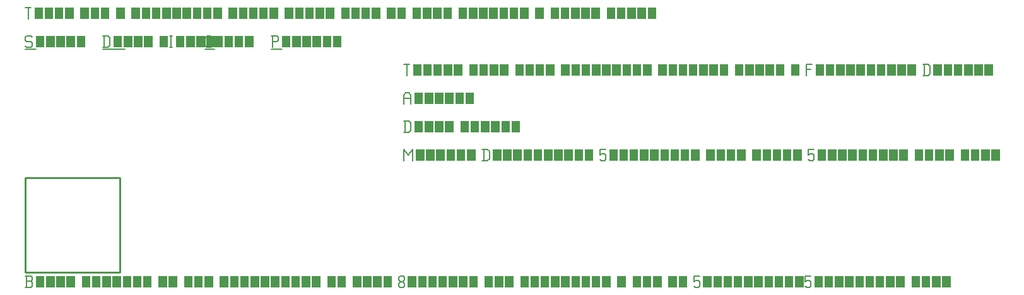
<source format=gbr>
G04 start of page 3 for group -1 layer_idx -1 *
G04 Title: arcs with different strange sizes, <virtual group> *
G04 Creator: <version>
G04 CreationDate: <date>
G04 For:  *
G04 Format: Gerber/RS-274X *
G04 PCB-Dimensions: 50000 50000 *
G04 PCB-Coordinate-Origin: lower left *
%MOIN*%
%FSLAX25Y25*%
%LNFAB*%
%ADD14C,0.0100*%
%ADD13C,0.0001*%
%ADD12C,0.0060*%
G54D12*X3000Y125000D02*X3750Y124250D01*
X750Y125000D02*X3000D01*
X0Y124250D02*X750Y125000D01*
X0Y124250D02*Y122750D01*
X750Y122000D01*
X3000D01*
X3750Y121250D01*
Y119750D01*
X3000Y119000D02*X3750Y119750D01*
X750Y119000D02*X3000D01*
X0Y119750D02*X750Y119000D01*
G54D13*G36*
X5550Y125000D02*Y119000D01*
X10050D01*
Y125000D01*
X5550D01*
G37*
G36*
X10950D02*Y119000D01*
X15450D01*
Y125000D01*
X10950D01*
G37*
G36*
X16350D02*Y119000D01*
X20850D01*
Y125000D01*
X16350D01*
G37*
G36*
X21750D02*Y119000D01*
X26250D01*
Y125000D01*
X21750D01*
G37*
G36*
X27150D02*Y119000D01*
X31650D01*
Y125000D01*
X27150D01*
G37*
G54D12*X0Y118000D02*X5550D01*
X41750Y125000D02*Y119000D01*
X43700Y125000D02*X44750Y123950D01*
Y120050D01*
X43700Y119000D02*X44750Y120050D01*
X41000Y119000D02*X43700D01*
X41000Y125000D02*X43700D01*
G54D13*G36*
X46550D02*Y119000D01*
X51050D01*
Y125000D01*
X46550D01*
G37*
G36*
X51950D02*Y119000D01*
X56450D01*
Y125000D01*
X51950D01*
G37*
G36*
X57350D02*Y119000D01*
X61850D01*
Y125000D01*
X57350D01*
G37*
G36*
X62750D02*Y119000D01*
X67250D01*
Y125000D01*
X62750D01*
G37*
G36*
X70850D02*Y119000D01*
X75350D01*
Y125000D01*
X70850D01*
G37*
G54D12*X76250D02*X77750D01*
X77000D02*Y119000D01*
X76250D02*X77750D01*
G54D13*G36*
X79550Y125000D02*Y119000D01*
X84050D01*
Y125000D01*
X79550D01*
G37*
G36*
X84950D02*Y119000D01*
X89450D01*
Y125000D01*
X84950D01*
G37*
G36*
X90350D02*Y119000D01*
X94850D01*
Y125000D01*
X90350D01*
G37*
G36*
X95750D02*Y119000D01*
X100250D01*
Y125000D01*
X95750D01*
G37*
G54D12*X41000Y118000D02*X52550D01*
X96050Y119000D02*X98000D01*
X95000Y120050D02*X96050Y119000D01*
X95000Y123950D02*Y120050D01*
Y123950D02*X96050Y125000D01*
X98000D01*
G54D13*G36*
X99800D02*Y119000D01*
X104300D01*
Y125000D01*
X99800D01*
G37*
G36*
X105200D02*Y119000D01*
X109700D01*
Y125000D01*
X105200D01*
G37*
G36*
X110600D02*Y119000D01*
X115100D01*
Y125000D01*
X110600D01*
G37*
G36*
X116000D02*Y119000D01*
X120500D01*
Y125000D01*
X116000D01*
G37*
G54D12*X95000Y118000D02*X99800D01*
X130750Y125000D02*Y119000D01*
X130000Y125000D02*X133000D01*
X133750Y124250D01*
Y122750D01*
X133000Y122000D02*X133750Y122750D01*
X130750Y122000D02*X133000D01*
G54D13*G36*
X135550Y125000D02*Y119000D01*
X140050D01*
Y125000D01*
X135550D01*
G37*
G36*
X140950D02*Y119000D01*
X145450D01*
Y125000D01*
X140950D01*
G37*
G36*
X146350D02*Y119000D01*
X150850D01*
Y125000D01*
X146350D01*
G37*
G36*
X151750D02*Y119000D01*
X156250D01*
Y125000D01*
X151750D01*
G37*
G36*
X157150D02*Y119000D01*
X161650D01*
Y125000D01*
X157150D01*
G37*
G36*
X162550D02*Y119000D01*
X167050D01*
Y125000D01*
X162550D01*
G37*
G54D12*X130000Y118000D02*X135550D01*
X0Y140000D02*X3000D01*
X1500D02*Y134000D01*
G54D13*G36*
X4800Y140000D02*Y134000D01*
X9300D01*
Y140000D01*
X4800D01*
G37*
G36*
X10200D02*Y134000D01*
X14700D01*
Y140000D01*
X10200D01*
G37*
G36*
X15600D02*Y134000D01*
X20100D01*
Y140000D01*
X15600D01*
G37*
G36*
X21000D02*Y134000D01*
X25500D01*
Y140000D01*
X21000D01*
G37*
G36*
X29100D02*Y134000D01*
X33600D01*
Y140000D01*
X29100D01*
G37*
G36*
X34500D02*Y134000D01*
X39000D01*
Y140000D01*
X34500D01*
G37*
G36*
X39900D02*Y134000D01*
X44400D01*
Y140000D01*
X39900D01*
G37*
G36*
X48000D02*Y134000D01*
X52500D01*
Y140000D01*
X48000D01*
G37*
G36*
X56100D02*Y134000D01*
X60600D01*
Y140000D01*
X56100D01*
G37*
G36*
X61500D02*Y134000D01*
X66000D01*
Y140000D01*
X61500D01*
G37*
G36*
X66900D02*Y134000D01*
X71400D01*
Y140000D01*
X66900D01*
G37*
G36*
X72300D02*Y134000D01*
X76800D01*
Y140000D01*
X72300D01*
G37*
G36*
X77700D02*Y134000D01*
X82200D01*
Y140000D01*
X77700D01*
G37*
G36*
X83100D02*Y134000D01*
X87600D01*
Y140000D01*
X83100D01*
G37*
G36*
X88500D02*Y134000D01*
X93000D01*
Y140000D01*
X88500D01*
G37*
G36*
X93900D02*Y134000D01*
X98400D01*
Y140000D01*
X93900D01*
G37*
G36*
X99300D02*Y134000D01*
X103800D01*
Y140000D01*
X99300D01*
G37*
G36*
X107400D02*Y134000D01*
X111900D01*
Y140000D01*
X107400D01*
G37*
G36*
X112800D02*Y134000D01*
X117300D01*
Y140000D01*
X112800D01*
G37*
G36*
X118200D02*Y134000D01*
X122700D01*
Y140000D01*
X118200D01*
G37*
G36*
X123600D02*Y134000D01*
X128100D01*
Y140000D01*
X123600D01*
G37*
G36*
X129000D02*Y134000D01*
X133500D01*
Y140000D01*
X129000D01*
G37*
G36*
X137100D02*Y134000D01*
X141600D01*
Y140000D01*
X137100D01*
G37*
G36*
X142500D02*Y134000D01*
X147000D01*
Y140000D01*
X142500D01*
G37*
G36*
X147900D02*Y134000D01*
X152400D01*
Y140000D01*
X147900D01*
G37*
G36*
X153300D02*Y134000D01*
X157800D01*
Y140000D01*
X153300D01*
G37*
G36*
X158700D02*Y134000D01*
X163200D01*
Y140000D01*
X158700D01*
G37*
G36*
X166800D02*Y134000D01*
X171300D01*
Y140000D01*
X166800D01*
G37*
G36*
X172200D02*Y134000D01*
X176700D01*
Y140000D01*
X172200D01*
G37*
G36*
X177600D02*Y134000D01*
X182100D01*
Y140000D01*
X177600D01*
G37*
G36*
X183000D02*Y134000D01*
X187500D01*
Y140000D01*
X183000D01*
G37*
G36*
X191100D02*Y134000D01*
X195600D01*
Y140000D01*
X191100D01*
G37*
G36*
X196500D02*Y134000D01*
X201000D01*
Y140000D01*
X196500D01*
G37*
G36*
X204600D02*Y134000D01*
X209100D01*
Y140000D01*
X204600D01*
G37*
G36*
X210000D02*Y134000D01*
X214500D01*
Y140000D01*
X210000D01*
G37*
G36*
X215400D02*Y134000D01*
X219900D01*
Y140000D01*
X215400D01*
G37*
G36*
X220800D02*Y134000D01*
X225300D01*
Y140000D01*
X220800D01*
G37*
G36*
X228900D02*Y134000D01*
X233400D01*
Y140000D01*
X228900D01*
G37*
G36*
X234300D02*Y134000D01*
X238800D01*
Y140000D01*
X234300D01*
G37*
G36*
X239700D02*Y134000D01*
X244200D01*
Y140000D01*
X239700D01*
G37*
G36*
X245100D02*Y134000D01*
X249600D01*
Y140000D01*
X245100D01*
G37*
G36*
X250500D02*Y134000D01*
X255000D01*
Y140000D01*
X250500D01*
G37*
G36*
X255900D02*Y134000D01*
X260400D01*
Y140000D01*
X255900D01*
G37*
G36*
X261300D02*Y134000D01*
X265800D01*
Y140000D01*
X261300D01*
G37*
G36*
X269400D02*Y134000D01*
X273900D01*
Y140000D01*
X269400D01*
G37*
G36*
X277500D02*Y134000D01*
X282000D01*
Y140000D01*
X277500D01*
G37*
G36*
X282900D02*Y134000D01*
X287400D01*
Y140000D01*
X282900D01*
G37*
G36*
X288300D02*Y134000D01*
X292800D01*
Y140000D01*
X288300D01*
G37*
G36*
X293700D02*Y134000D01*
X298200D01*
Y140000D01*
X293700D01*
G37*
G36*
X299100D02*Y134000D01*
X303600D01*
Y140000D01*
X299100D01*
G37*
G36*
X307200D02*Y134000D01*
X311700D01*
Y140000D01*
X307200D01*
G37*
G36*
X312600D02*Y134000D01*
X317100D01*
Y140000D01*
X312600D01*
G37*
G36*
X318000D02*Y134000D01*
X322500D01*
Y140000D01*
X318000D01*
G37*
G36*
X323400D02*Y134000D01*
X327900D01*
Y140000D01*
X323400D01*
G37*
G36*
X328800D02*Y134000D01*
X333300D01*
Y140000D01*
X328800D01*
G37*
G54D14*X0Y50000D02*X50000D01*
X0D02*Y0D01*
X50000Y50000D02*Y0D01*
X0D02*X50000D01*
G54D12*X200000Y65000D02*Y59000D01*
Y65000D02*X202250Y62000D01*
X204500Y65000D01*
Y59000D01*
G54D13*G36*
X206300Y65000D02*Y59000D01*
X210800D01*
Y65000D01*
X206300D01*
G37*
G36*
X211700D02*Y59000D01*
X216200D01*
Y65000D01*
X211700D01*
G37*
G36*
X217100D02*Y59000D01*
X221600D01*
Y65000D01*
X217100D01*
G37*
G36*
X222500D02*Y59000D01*
X227000D01*
Y65000D01*
X222500D01*
G37*
G36*
X227900D02*Y59000D01*
X232400D01*
Y65000D01*
X227900D01*
G37*
G36*
X233300D02*Y59000D01*
X237800D01*
Y65000D01*
X233300D01*
G37*
G54D12*X242150D02*Y59000D01*
X244100Y65000D02*X245150Y63950D01*
Y60050D01*
X244100Y59000D02*X245150Y60050D01*
X241400Y59000D02*X244100D01*
X241400Y65000D02*X244100D01*
G54D13*G36*
X246950D02*Y59000D01*
X251450D01*
Y65000D01*
X246950D01*
G37*
G36*
X252350D02*Y59000D01*
X256850D01*
Y65000D01*
X252350D01*
G37*
G36*
X257750D02*Y59000D01*
X262250D01*
Y65000D01*
X257750D01*
G37*
G36*
X263150D02*Y59000D01*
X267650D01*
Y65000D01*
X263150D01*
G37*
G36*
X268550D02*Y59000D01*
X273050D01*
Y65000D01*
X268550D01*
G37*
G36*
X273950D02*Y59000D01*
X278450D01*
Y65000D01*
X273950D01*
G37*
G36*
X279350D02*Y59000D01*
X283850D01*
Y65000D01*
X279350D01*
G37*
G36*
X284750D02*Y59000D01*
X289250D01*
Y65000D01*
X284750D01*
G37*
G36*
X290150D02*Y59000D01*
X294650D01*
Y65000D01*
X290150D01*
G37*
G36*
X295550D02*Y59000D01*
X300050D01*
Y65000D01*
X295550D01*
G37*
G54D12*X303650D02*X306650D01*
X303650D02*Y62000D01*
X304400Y62750D01*
X305900D01*
X306650Y62000D01*
Y59750D01*
X305900Y59000D02*X306650Y59750D01*
X304400Y59000D02*X305900D01*
X303650Y59750D02*X304400Y59000D01*
G54D13*G36*
X308450Y65000D02*Y59000D01*
X312950D01*
Y65000D01*
X308450D01*
G37*
G36*
X313850D02*Y59000D01*
X318350D01*
Y65000D01*
X313850D01*
G37*
G36*
X319250D02*Y59000D01*
X323750D01*
Y65000D01*
X319250D01*
G37*
G36*
X324650D02*Y59000D01*
X329150D01*
Y65000D01*
X324650D01*
G37*
G36*
X330050D02*Y59000D01*
X334550D01*
Y65000D01*
X330050D01*
G37*
G36*
X335450D02*Y59000D01*
X339950D01*
Y65000D01*
X335450D01*
G37*
G36*
X340850D02*Y59000D01*
X345350D01*
Y65000D01*
X340850D01*
G37*
G36*
X346250D02*Y59000D01*
X350750D01*
Y65000D01*
X346250D01*
G37*
G36*
X351650D02*Y59000D01*
X356150D01*
Y65000D01*
X351650D01*
G37*
G36*
X359750D02*Y59000D01*
X364250D01*
Y65000D01*
X359750D01*
G37*
G36*
X365150D02*Y59000D01*
X369650D01*
Y65000D01*
X365150D01*
G37*
G36*
X370550D02*Y59000D01*
X375050D01*
Y65000D01*
X370550D01*
G37*
G36*
X375950D02*Y59000D01*
X380450D01*
Y65000D01*
X375950D01*
G37*
G36*
X384050D02*Y59000D01*
X388550D01*
Y65000D01*
X384050D01*
G37*
G36*
X389450D02*Y59000D01*
X393950D01*
Y65000D01*
X389450D01*
G37*
G36*
X394850D02*Y59000D01*
X399350D01*
Y65000D01*
X394850D01*
G37*
G36*
X400250D02*Y59000D01*
X404750D01*
Y65000D01*
X400250D01*
G37*
G36*
X405650D02*Y59000D01*
X410150D01*
Y65000D01*
X405650D01*
G37*
G54D12*X413750D02*X416750D01*
X413750D02*Y62000D01*
X414500Y62750D01*
X416000D01*
X416750Y62000D01*
Y59750D01*
X416000Y59000D02*X416750Y59750D01*
X414500Y59000D02*X416000D01*
X413750Y59750D02*X414500Y59000D01*
G54D13*G36*
X418550Y65000D02*Y59000D01*
X423050D01*
Y65000D01*
X418550D01*
G37*
G36*
X423950D02*Y59000D01*
X428450D01*
Y65000D01*
X423950D01*
G37*
G36*
X429350D02*Y59000D01*
X433850D01*
Y65000D01*
X429350D01*
G37*
G36*
X434750D02*Y59000D01*
X439250D01*
Y65000D01*
X434750D01*
G37*
G36*
X440150D02*Y59000D01*
X444650D01*
Y65000D01*
X440150D01*
G37*
G36*
X445550D02*Y59000D01*
X450050D01*
Y65000D01*
X445550D01*
G37*
G36*
X450950D02*Y59000D01*
X455450D01*
Y65000D01*
X450950D01*
G37*
G36*
X456350D02*Y59000D01*
X460850D01*
Y65000D01*
X456350D01*
G37*
G36*
X461750D02*Y59000D01*
X466250D01*
Y65000D01*
X461750D01*
G37*
G36*
X469850D02*Y59000D01*
X474350D01*
Y65000D01*
X469850D01*
G37*
G36*
X475250D02*Y59000D01*
X479750D01*
Y65000D01*
X475250D01*
G37*
G36*
X480650D02*Y59000D01*
X485150D01*
Y65000D01*
X480650D01*
G37*
G36*
X486050D02*Y59000D01*
X490550D01*
Y65000D01*
X486050D01*
G37*
G36*
X494150D02*Y59000D01*
X498650D01*
Y65000D01*
X494150D01*
G37*
G36*
X499550D02*Y59000D01*
X504050D01*
Y65000D01*
X499550D01*
G37*
G36*
X504950D02*Y59000D01*
X509450D01*
Y65000D01*
X504950D01*
G37*
G36*
X510350D02*Y59000D01*
X514850D01*
Y65000D01*
X510350D01*
G37*
G54D12*X0Y-8000D02*X3000D01*
X3750Y-7250D01*
Y-5450D02*Y-7250D01*
X3000Y-4700D02*X3750Y-5450D01*
X750Y-4700D02*X3000D01*
X750Y-2000D02*Y-8000D01*
X0Y-2000D02*X3000D01*
X3750Y-2750D01*
Y-3950D01*
X3000Y-4700D02*X3750Y-3950D01*
G54D13*G36*
X5550Y-2000D02*Y-8000D01*
X10050D01*
Y-2000D01*
X5550D01*
G37*
G36*
X10950D02*Y-8000D01*
X15450D01*
Y-2000D01*
X10950D01*
G37*
G36*
X16350D02*Y-8000D01*
X20850D01*
Y-2000D01*
X16350D01*
G37*
G36*
X21750D02*Y-8000D01*
X26250D01*
Y-2000D01*
X21750D01*
G37*
G36*
X29850D02*Y-8000D01*
X34350D01*
Y-2000D01*
X29850D01*
G37*
G36*
X35250D02*Y-8000D01*
X39750D01*
Y-2000D01*
X35250D01*
G37*
G36*
X40650D02*Y-8000D01*
X45150D01*
Y-2000D01*
X40650D01*
G37*
G36*
X46050D02*Y-8000D01*
X50550D01*
Y-2000D01*
X46050D01*
G37*
G36*
X51450D02*Y-8000D01*
X55950D01*
Y-2000D01*
X51450D01*
G37*
G36*
X56850D02*Y-8000D01*
X61350D01*
Y-2000D01*
X56850D01*
G37*
G36*
X62250D02*Y-8000D01*
X66750D01*
Y-2000D01*
X62250D01*
G37*
G36*
X70350D02*Y-8000D01*
X74850D01*
Y-2000D01*
X70350D01*
G37*
G36*
X75750D02*Y-8000D01*
X80250D01*
Y-2000D01*
X75750D01*
G37*
G36*
X83850D02*Y-8000D01*
X88350D01*
Y-2000D01*
X83850D01*
G37*
G36*
X89250D02*Y-8000D01*
X93750D01*
Y-2000D01*
X89250D01*
G37*
G36*
X94650D02*Y-8000D01*
X99150D01*
Y-2000D01*
X94650D01*
G37*
G36*
X102750D02*Y-8000D01*
X107250D01*
Y-2000D01*
X102750D01*
G37*
G36*
X108150D02*Y-8000D01*
X112650D01*
Y-2000D01*
X108150D01*
G37*
G36*
X113550D02*Y-8000D01*
X118050D01*
Y-2000D01*
X113550D01*
G37*
G36*
X118950D02*Y-8000D01*
X123450D01*
Y-2000D01*
X118950D01*
G37*
G36*
X124350D02*Y-8000D01*
X128850D01*
Y-2000D01*
X124350D01*
G37*
G36*
X129750D02*Y-8000D01*
X134250D01*
Y-2000D01*
X129750D01*
G37*
G36*
X135150D02*Y-8000D01*
X139650D01*
Y-2000D01*
X135150D01*
G37*
G36*
X140550D02*Y-8000D01*
X145050D01*
Y-2000D01*
X140550D01*
G37*
G36*
X145950D02*Y-8000D01*
X150450D01*
Y-2000D01*
X145950D01*
G37*
G36*
X151350D02*Y-8000D01*
X155850D01*
Y-2000D01*
X151350D01*
G37*
G36*
X159450D02*Y-8000D01*
X163950D01*
Y-2000D01*
X159450D01*
G37*
G36*
X164850D02*Y-8000D01*
X169350D01*
Y-2000D01*
X164850D01*
G37*
G36*
X172950D02*Y-8000D01*
X177450D01*
Y-2000D01*
X172950D01*
G37*
G36*
X178350D02*Y-8000D01*
X182850D01*
Y-2000D01*
X178350D01*
G37*
G36*
X183750D02*Y-8000D01*
X188250D01*
Y-2000D01*
X183750D01*
G37*
G36*
X189150D02*Y-8000D01*
X193650D01*
Y-2000D01*
X189150D01*
G37*
G54D12*X197250Y-7250D02*X198000Y-8000D01*
X197250Y-6050D02*Y-7250D01*
Y-6050D02*X198300Y-5000D01*
X199200D01*
X200250Y-6050D01*
Y-7250D01*
X199500Y-8000D02*X200250Y-7250D01*
X198000Y-8000D02*X199500D01*
X197250Y-3950D02*X198300Y-5000D01*
X197250Y-2750D02*Y-3950D01*
Y-2750D02*X198000Y-2000D01*
X199500D01*
X200250Y-2750D01*
Y-3950D01*
X199200Y-5000D02*X200250Y-3950D01*
G54D13*G36*
X202050Y-2000D02*Y-8000D01*
X206550D01*
Y-2000D01*
X202050D01*
G37*
G36*
X207450D02*Y-8000D01*
X211950D01*
Y-2000D01*
X207450D01*
G37*
G36*
X212850D02*Y-8000D01*
X217350D01*
Y-2000D01*
X212850D01*
G37*
G36*
X218250D02*Y-8000D01*
X222750D01*
Y-2000D01*
X218250D01*
G37*
G36*
X223650D02*Y-8000D01*
X228150D01*
Y-2000D01*
X223650D01*
G37*
G36*
X229050D02*Y-8000D01*
X233550D01*
Y-2000D01*
X229050D01*
G37*
G36*
X234450D02*Y-8000D01*
X238950D01*
Y-2000D01*
X234450D01*
G37*
G36*
X242550D02*Y-8000D01*
X247050D01*
Y-2000D01*
X242550D01*
G37*
G36*
X247950D02*Y-8000D01*
X252450D01*
Y-2000D01*
X247950D01*
G37*
G36*
X253350D02*Y-8000D01*
X257850D01*
Y-2000D01*
X253350D01*
G37*
G36*
X261450D02*Y-8000D01*
X265950D01*
Y-2000D01*
X261450D01*
G37*
G36*
X266850D02*Y-8000D01*
X271350D01*
Y-2000D01*
X266850D01*
G37*
G36*
X272250D02*Y-8000D01*
X276750D01*
Y-2000D01*
X272250D01*
G37*
G36*
X277650D02*Y-8000D01*
X282150D01*
Y-2000D01*
X277650D01*
G37*
G36*
X283050D02*Y-8000D01*
X287550D01*
Y-2000D01*
X283050D01*
G37*
G36*
X288450D02*Y-8000D01*
X292950D01*
Y-2000D01*
X288450D01*
G37*
G36*
X293850D02*Y-8000D01*
X298350D01*
Y-2000D01*
X293850D01*
G37*
G36*
X299250D02*Y-8000D01*
X303750D01*
Y-2000D01*
X299250D01*
G37*
G36*
X304650D02*Y-8000D01*
X309150D01*
Y-2000D01*
X304650D01*
G37*
G36*
X312750D02*Y-8000D01*
X317250D01*
Y-2000D01*
X312750D01*
G37*
G36*
X320850D02*Y-8000D01*
X325350D01*
Y-2000D01*
X320850D01*
G37*
G36*
X326250D02*Y-8000D01*
X330750D01*
Y-2000D01*
X326250D01*
G37*
G36*
X331650D02*Y-8000D01*
X336150D01*
Y-2000D01*
X331650D01*
G37*
G36*
X339750D02*Y-8000D01*
X344250D01*
Y-2000D01*
X339750D01*
G37*
G36*
X345150D02*Y-8000D01*
X349650D01*
Y-2000D01*
X345150D01*
G37*
G54D12*X353250D02*X356250D01*
X353250D02*Y-5000D01*
X354000Y-4250D01*
X355500D01*
X356250Y-5000D01*
Y-7250D01*
X355500Y-8000D02*X356250Y-7250D01*
X354000Y-8000D02*X355500D01*
X353250Y-7250D02*X354000Y-8000D01*
G54D13*G36*
X358050Y-2000D02*Y-8000D01*
X362550D01*
Y-2000D01*
X358050D01*
G37*
G36*
X363450D02*Y-8000D01*
X367950D01*
Y-2000D01*
X363450D01*
G37*
G36*
X368850D02*Y-8000D01*
X373350D01*
Y-2000D01*
X368850D01*
G37*
G36*
X374250D02*Y-8000D01*
X378750D01*
Y-2000D01*
X374250D01*
G37*
G36*
X379650D02*Y-8000D01*
X384150D01*
Y-2000D01*
X379650D01*
G37*
G36*
X385050D02*Y-8000D01*
X389550D01*
Y-2000D01*
X385050D01*
G37*
G36*
X390450D02*Y-8000D01*
X394950D01*
Y-2000D01*
X390450D01*
G37*
G36*
X395850D02*Y-8000D01*
X400350D01*
Y-2000D01*
X395850D01*
G37*
G36*
X401250D02*Y-8000D01*
X405750D01*
Y-2000D01*
X401250D01*
G37*
G36*
X406650D02*Y-8000D01*
X411150D01*
Y-2000D01*
X406650D01*
G37*
G54D12*X412050D02*X415050D01*
X412050D02*Y-5000D01*
X412800Y-4250D01*
X414300D01*
X415050Y-5000D01*
Y-7250D01*
X414300Y-8000D02*X415050Y-7250D01*
X412800Y-8000D02*X414300D01*
X412050Y-7250D02*X412800Y-8000D01*
G54D13*G36*
X416850Y-2000D02*Y-8000D01*
X421350D01*
Y-2000D01*
X416850D01*
G37*
G36*
X422250D02*Y-8000D01*
X426750D01*
Y-2000D01*
X422250D01*
G37*
G36*
X427650D02*Y-8000D01*
X432150D01*
Y-2000D01*
X427650D01*
G37*
G36*
X433050D02*Y-8000D01*
X437550D01*
Y-2000D01*
X433050D01*
G37*
G36*
X438450D02*Y-8000D01*
X442950D01*
Y-2000D01*
X438450D01*
G37*
G36*
X443850D02*Y-8000D01*
X448350D01*
Y-2000D01*
X443850D01*
G37*
G36*
X449250D02*Y-8000D01*
X453750D01*
Y-2000D01*
X449250D01*
G37*
G36*
X454650D02*Y-8000D01*
X459150D01*
Y-2000D01*
X454650D01*
G37*
G36*
X460050D02*Y-8000D01*
X464550D01*
Y-2000D01*
X460050D01*
G37*
G36*
X468150D02*Y-8000D01*
X472650D01*
Y-2000D01*
X468150D01*
G37*
G36*
X473550D02*Y-8000D01*
X478050D01*
Y-2000D01*
X473550D01*
G37*
G36*
X478950D02*Y-8000D01*
X483450D01*
Y-2000D01*
X478950D01*
G37*
G36*
X484350D02*Y-8000D01*
X488850D01*
Y-2000D01*
X484350D01*
G37*
G54D12*X200750Y80000D02*Y74000D01*
X202700Y80000D02*X203750Y78950D01*
Y75050D01*
X202700Y74000D02*X203750Y75050D01*
X200000Y74000D02*X202700D01*
X200000Y80000D02*X202700D01*
G54D13*G36*
X205550D02*Y74000D01*
X210050D01*
Y80000D01*
X205550D01*
G37*
G36*
X210950D02*Y74000D01*
X215450D01*
Y80000D01*
X210950D01*
G37*
G36*
X216350D02*Y74000D01*
X220850D01*
Y80000D01*
X216350D01*
G37*
G36*
X221750D02*Y74000D01*
X226250D01*
Y80000D01*
X221750D01*
G37*
G36*
X229850D02*Y74000D01*
X234350D01*
Y80000D01*
X229850D01*
G37*
G36*
X235250D02*Y74000D01*
X239750D01*
Y80000D01*
X235250D01*
G37*
G36*
X240650D02*Y74000D01*
X245150D01*
Y80000D01*
X240650D01*
G37*
G36*
X246050D02*Y74000D01*
X250550D01*
Y80000D01*
X246050D01*
G37*
G36*
X251450D02*Y74000D01*
X255950D01*
Y80000D01*
X251450D01*
G37*
G36*
X256850D02*Y74000D01*
X261350D01*
Y80000D01*
X256850D01*
G37*
G54D12*X200000Y93500D02*Y89000D01*
Y93500D02*X201050Y95000D01*
X202700D01*
X203750Y93500D01*
Y89000D01*
X200000Y92000D02*X203750D01*
G54D13*G36*
X205550Y95000D02*Y89000D01*
X210050D01*
Y95000D01*
X205550D01*
G37*
G36*
X210950D02*Y89000D01*
X215450D01*
Y95000D01*
X210950D01*
G37*
G36*
X216350D02*Y89000D01*
X220850D01*
Y95000D01*
X216350D01*
G37*
G36*
X221750D02*Y89000D01*
X226250D01*
Y95000D01*
X221750D01*
G37*
G36*
X227150D02*Y89000D01*
X231650D01*
Y95000D01*
X227150D01*
G37*
G36*
X232550D02*Y89000D01*
X237050D01*
Y95000D01*
X232550D01*
G37*
G54D12*X200000Y110000D02*X203000D01*
X201500D02*Y104000D01*
G54D13*G36*
X204800Y110000D02*Y104000D01*
X209300D01*
Y110000D01*
X204800D01*
G37*
G36*
X210200D02*Y104000D01*
X214700D01*
Y110000D01*
X210200D01*
G37*
G36*
X215600D02*Y104000D01*
X220100D01*
Y110000D01*
X215600D01*
G37*
G36*
X221000D02*Y104000D01*
X225500D01*
Y110000D01*
X221000D01*
G37*
G36*
X226400D02*Y104000D01*
X230900D01*
Y110000D01*
X226400D01*
G37*
G36*
X234500D02*Y104000D01*
X239000D01*
Y110000D01*
X234500D01*
G37*
G36*
X239900D02*Y104000D01*
X244400D01*
Y110000D01*
X239900D01*
G37*
G36*
X245300D02*Y104000D01*
X249800D01*
Y110000D01*
X245300D01*
G37*
G36*
X250700D02*Y104000D01*
X255200D01*
Y110000D01*
X250700D01*
G37*
G36*
X258800D02*Y104000D01*
X263300D01*
Y110000D01*
X258800D01*
G37*
G36*
X264200D02*Y104000D01*
X268700D01*
Y110000D01*
X264200D01*
G37*
G36*
X269600D02*Y104000D01*
X274100D01*
Y110000D01*
X269600D01*
G37*
G36*
X275000D02*Y104000D01*
X279500D01*
Y110000D01*
X275000D01*
G37*
G36*
X283100D02*Y104000D01*
X287600D01*
Y110000D01*
X283100D01*
G37*
G36*
X288500D02*Y104000D01*
X293000D01*
Y110000D01*
X288500D01*
G37*
G36*
X293900D02*Y104000D01*
X298400D01*
Y110000D01*
X293900D01*
G37*
G36*
X299300D02*Y104000D01*
X303800D01*
Y110000D01*
X299300D01*
G37*
G36*
X304700D02*Y104000D01*
X309200D01*
Y110000D01*
X304700D01*
G37*
G36*
X310100D02*Y104000D01*
X314600D01*
Y110000D01*
X310100D01*
G37*
G36*
X315500D02*Y104000D01*
X320000D01*
Y110000D01*
X315500D01*
G37*
G36*
X320900D02*Y104000D01*
X325400D01*
Y110000D01*
X320900D01*
G37*
G36*
X326300D02*Y104000D01*
X330800D01*
Y110000D01*
X326300D01*
G37*
G36*
X334400D02*Y104000D01*
X338900D01*
Y110000D01*
X334400D01*
G37*
G36*
X339800D02*Y104000D01*
X344300D01*
Y110000D01*
X339800D01*
G37*
G36*
X345200D02*Y104000D01*
X349700D01*
Y110000D01*
X345200D01*
G37*
G36*
X350600D02*Y104000D01*
X355100D01*
Y110000D01*
X350600D01*
G37*
G36*
X356000D02*Y104000D01*
X360500D01*
Y110000D01*
X356000D01*
G37*
G36*
X361400D02*Y104000D01*
X365900D01*
Y110000D01*
X361400D01*
G37*
G36*
X366800D02*Y104000D01*
X371300D01*
Y110000D01*
X366800D01*
G37*
G36*
X374900D02*Y104000D01*
X379400D01*
Y110000D01*
X374900D01*
G37*
G36*
X380300D02*Y104000D01*
X384800D01*
Y110000D01*
X380300D01*
G37*
G36*
X385700D02*Y104000D01*
X390200D01*
Y110000D01*
X385700D01*
G37*
G36*
X391100D02*Y104000D01*
X395600D01*
Y110000D01*
X391100D01*
G37*
G36*
X396500D02*Y104000D01*
X401000D01*
Y110000D01*
X396500D01*
G37*
G36*
X404600D02*Y104000D01*
X409100D01*
Y110000D01*
X404600D01*
G37*
G54D12*X412700D02*Y104000D01*
Y110000D02*X415700D01*
X412700Y107300D02*X414950D01*
G54D13*G36*
X417500Y110000D02*Y104000D01*
X422000D01*
Y110000D01*
X417500D01*
G37*
G36*
X422900D02*Y104000D01*
X427400D01*
Y110000D01*
X422900D01*
G37*
G36*
X428300D02*Y104000D01*
X432800D01*
Y110000D01*
X428300D01*
G37*
G36*
X433700D02*Y104000D01*
X438200D01*
Y110000D01*
X433700D01*
G37*
G36*
X439100D02*Y104000D01*
X443600D01*
Y110000D01*
X439100D01*
G37*
G36*
X444500D02*Y104000D01*
X449000D01*
Y110000D01*
X444500D01*
G37*
G36*
X449900D02*Y104000D01*
X454400D01*
Y110000D01*
X449900D01*
G37*
G36*
X455300D02*Y104000D01*
X459800D01*
Y110000D01*
X455300D01*
G37*
G36*
X460700D02*Y104000D01*
X465200D01*
Y110000D01*
X460700D01*
G37*
G36*
X466100D02*Y104000D01*
X470600D01*
Y110000D01*
X466100D01*
G37*
G54D12*X474950D02*Y104000D01*
X476900Y110000D02*X477950Y108950D01*
Y105050D01*
X476900Y104000D02*X477950Y105050D01*
X474200Y104000D02*X476900D01*
X474200Y110000D02*X476900D01*
G54D13*G36*
X479750D02*Y104000D01*
X484250D01*
Y110000D01*
X479750D01*
G37*
G36*
X485150D02*Y104000D01*
X489650D01*
Y110000D01*
X485150D01*
G37*
G36*
X490550D02*Y104000D01*
X495050D01*
Y110000D01*
X490550D01*
G37*
G36*
X495950D02*Y104000D01*
X500450D01*
Y110000D01*
X495950D01*
G37*
G36*
X501350D02*Y104000D01*
X505850D01*
Y110000D01*
X501350D01*
G37*
G36*
X506750D02*Y104000D01*
X511250D01*
Y110000D01*
X506750D01*
G37*
M02*

</source>
